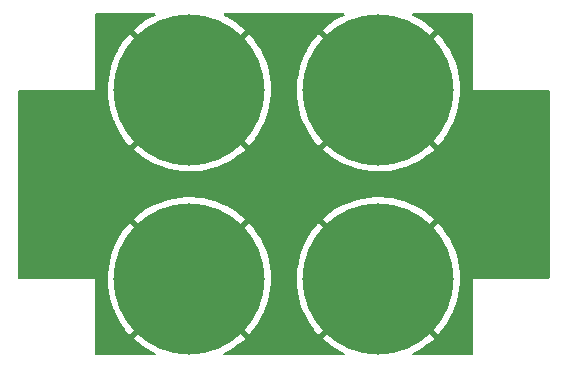
<source format=gbr>
%TF.GenerationSoftware,KiCad,Pcbnew,6.0.1-79c1e3a40b~116~ubuntu20.04.1*%
%TF.CreationDate,2022-10-26T10:43:14+09:00*%
%TF.ProjectId,HV-terminal-branch-board-2-2-half,48562d74-6572-46d6-996e-616c2d627261,1.0*%
%TF.SameCoordinates,Original*%
%TF.FileFunction,Copper,L2,Bot*%
%TF.FilePolarity,Positive*%
%FSLAX46Y46*%
G04 Gerber Fmt 4.6, Leading zero omitted, Abs format (unit mm)*
G04 Created by KiCad (PCBNEW 6.0.1-79c1e3a40b~116~ubuntu20.04.1) date 2022-10-26 10:43:14*
%MOMM*%
%LPD*%
G01*
G04 APERTURE LIST*
%TA.AperFunction,ConnectorPad*%
%ADD10C,12.800000*%
%TD*%
%TA.AperFunction,ComponentPad*%
%ADD11C,6.800000*%
%TD*%
%TA.AperFunction,ViaPad*%
%ADD12C,0.800000*%
%TD*%
G04 APERTURE END LIST*
D10*
%TO.P,J5,1,Pin_1*%
%TO.N,VBAT(+{slash}-)*%
X95000000Y-67000000D03*
D11*
X95000000Y-67000000D03*
%TD*%
%TO.P,J1,1,Pin_1*%
%TO.N,VBAT(+{slash}-)*%
X111000000Y-67000000D03*
D10*
X111000000Y-67000000D03*
%TD*%
%TO.P,J2,1,Pin_1*%
%TO.N,VBAT(+{slash}-)*%
X95000000Y-83000000D03*
D11*
X95000000Y-83000000D03*
%TD*%
%TO.P,J6,1,Pin_1*%
%TO.N,VBAT(+{slash}-)*%
X111000000Y-83000000D03*
D10*
X111000000Y-83000000D03*
%TD*%
D12*
%TO.N,VBAT(+{slash}-)*%
X125000000Y-82500000D03*
X119996415Y-82542633D03*
X122503790Y-82492007D03*
X125000000Y-80000000D03*
X119996415Y-80042633D03*
X122503790Y-79992007D03*
X119976042Y-69975424D03*
X119984035Y-67479214D03*
X122500000Y-70000000D03*
X122507993Y-67503790D03*
X125000000Y-70000000D03*
X125007993Y-67503790D03*
X124989512Y-77495630D03*
X124946879Y-72492045D03*
X124997505Y-74999420D03*
X122500000Y-77500000D03*
X122457367Y-72496415D03*
X122507993Y-75003790D03*
X120000000Y-77500000D03*
X119957367Y-72496415D03*
X120007993Y-75003790D03*
X87500000Y-65000000D03*
X107507993Y-75003790D03*
X87500000Y-87500000D03*
X85000000Y-82500000D03*
X114996248Y-74964918D03*
X102480423Y-82468903D03*
X102500000Y-80000000D03*
X102492007Y-77496210D03*
X87500000Y-82500000D03*
X85000000Y-70000000D03*
X87500000Y-67500000D03*
X102492007Y-87496210D03*
X102500000Y-65000000D03*
X82500000Y-67500000D03*
X85000000Y-72500000D03*
X117500000Y-87500000D03*
X102500000Y-70000000D03*
X87500000Y-62500000D03*
X82500000Y-77500000D03*
X102488416Y-84972693D03*
X105000000Y-75000000D03*
X87500000Y-85000000D03*
X85000000Y-75000000D03*
X100000000Y-72500000D03*
X99974867Y-77457791D03*
X104949374Y-72492625D03*
X82500000Y-70000000D03*
X117500000Y-77500000D03*
X87500000Y-80000000D03*
X104992007Y-77496210D03*
X82500000Y-80000000D03*
X87500000Y-77500000D03*
X94992007Y-74996210D03*
X102507993Y-75003790D03*
X92500000Y-75000000D03*
X82500000Y-82500000D03*
X117500000Y-62500000D03*
X90000000Y-75000000D03*
X117504241Y-74968708D03*
X87500000Y-72500000D03*
X82500000Y-72500000D03*
X110000000Y-75000000D03*
X105000000Y-87500000D03*
X112507993Y-75003790D03*
X102500000Y-72500000D03*
X87500000Y-75000000D03*
X100000000Y-75000000D03*
X102500000Y-62500000D03*
X117453958Y-72492625D03*
X90000000Y-72500000D03*
X102500000Y-67500000D03*
X90000000Y-77500000D03*
X85000000Y-77500000D03*
X85000000Y-80000000D03*
X85000000Y-67500000D03*
X87500000Y-70000000D03*
X82500000Y-75000000D03*
X97500000Y-75000000D03*
%TD*%
%TA.AperFunction,Conductor*%
%TO.N,VBAT(+{slash}-)*%
G36*
X92075554Y-60528002D02*
G01*
X92122047Y-60581658D01*
X92132151Y-60651932D01*
X92102657Y-60716512D01*
X92061677Y-60747726D01*
X91799382Y-60872834D01*
X91795323Y-60874956D01*
X91359234Y-61123697D01*
X91355338Y-61126112D01*
X90938643Y-61406120D01*
X90934932Y-61408816D01*
X90539858Y-61718594D01*
X90536362Y-61721548D01*
X90311217Y-61926414D01*
X90302956Y-61939981D01*
X90302962Y-61940234D01*
X90308462Y-61949252D01*
X92387945Y-64028735D01*
X92387949Y-64028738D01*
X94987190Y-66627980D01*
X95001131Y-66635592D01*
X95002966Y-66635461D01*
X95009580Y-66631210D01*
X96078049Y-65562741D01*
X97612048Y-64028741D01*
X97612058Y-64028732D01*
X99690170Y-61950620D01*
X99697757Y-61936726D01*
X99691496Y-61927574D01*
X99408131Y-61675107D01*
X99404564Y-61672157D01*
X99006317Y-61366570D01*
X99002542Y-61363888D01*
X98582963Y-61088275D01*
X98579012Y-61085883D01*
X98140390Y-60841750D01*
X98136267Y-60839648D01*
X97939449Y-60748288D01*
X97886083Y-60701463D01*
X97866502Y-60633220D01*
X97886926Y-60565225D01*
X97940868Y-60519065D01*
X97992500Y-60508000D01*
X108007433Y-60508000D01*
X108075554Y-60528002D01*
X108122047Y-60581658D01*
X108132151Y-60651932D01*
X108102657Y-60716512D01*
X108061677Y-60747726D01*
X107799382Y-60872834D01*
X107795323Y-60874956D01*
X107359234Y-61123697D01*
X107355338Y-61126112D01*
X106938643Y-61406120D01*
X106934932Y-61408816D01*
X106539858Y-61718594D01*
X106536362Y-61721548D01*
X106311217Y-61926414D01*
X106302956Y-61939981D01*
X106302962Y-61940234D01*
X106308462Y-61949252D01*
X108387945Y-64028735D01*
X108387949Y-64028738D01*
X109921951Y-65562741D01*
X110987190Y-66627980D01*
X111001131Y-66635592D01*
X111002966Y-66635461D01*
X111009580Y-66631210D01*
X113612048Y-64028741D01*
X113612058Y-64028732D01*
X115690170Y-61950620D01*
X115697757Y-61936726D01*
X115691496Y-61927574D01*
X115408131Y-61675107D01*
X115404564Y-61672157D01*
X115006317Y-61366570D01*
X115002542Y-61363888D01*
X114582963Y-61088275D01*
X114579012Y-61085883D01*
X114140390Y-60841750D01*
X114136267Y-60839648D01*
X113939449Y-60748288D01*
X113886083Y-60701463D01*
X113866502Y-60633220D01*
X113886926Y-60565225D01*
X113940868Y-60519065D01*
X113992500Y-60508000D01*
X118874000Y-60508000D01*
X118942121Y-60528002D01*
X118988614Y-60581658D01*
X119000000Y-60634000D01*
X119000000Y-67000000D01*
X125366000Y-67000000D01*
X125434121Y-67020002D01*
X125480614Y-67073658D01*
X125492000Y-67126000D01*
X125492000Y-82874000D01*
X125471998Y-82942121D01*
X125418342Y-82988614D01*
X125366000Y-83000000D01*
X119000000Y-83000000D01*
X119000000Y-89366000D01*
X118979998Y-89434121D01*
X118926342Y-89480614D01*
X118874000Y-89492000D01*
X113994384Y-89492000D01*
X113926263Y-89471998D01*
X113879770Y-89418342D01*
X113869666Y-89348068D01*
X113899160Y-89283488D01*
X113938952Y-89252849D01*
X114264594Y-89093318D01*
X114268650Y-89091144D01*
X114702087Y-88837865D01*
X114705985Y-88835391D01*
X115119701Y-88551052D01*
X115123405Y-88548301D01*
X115515183Y-88234427D01*
X115518685Y-88231404D01*
X115688649Y-88073464D01*
X115696768Y-88059810D01*
X115696747Y-88059204D01*
X115691514Y-88050724D01*
X113612055Y-85971265D01*
X113612051Y-85971262D01*
X111012810Y-83372020D01*
X110998869Y-83364408D01*
X110997034Y-83364539D01*
X110990420Y-83368790D01*
X108387952Y-85971259D01*
X108387942Y-85971268D01*
X106308494Y-88050716D01*
X106301004Y-88064433D01*
X106307526Y-88073861D01*
X106647880Y-88370769D01*
X106651452Y-88373662D01*
X107052897Y-88675075D01*
X107056708Y-88677724D01*
X107479132Y-88948916D01*
X107483111Y-88951269D01*
X107924288Y-89190809D01*
X107928406Y-89192853D01*
X108057548Y-89251163D01*
X108111402Y-89297426D01*
X108131696Y-89365460D01*
X108111986Y-89433666D01*
X108058530Y-89480388D01*
X108005697Y-89492000D01*
X97994384Y-89492000D01*
X97926263Y-89471998D01*
X97879770Y-89418342D01*
X97869666Y-89348068D01*
X97899160Y-89283488D01*
X97938952Y-89252849D01*
X98264594Y-89093318D01*
X98268650Y-89091144D01*
X98702087Y-88837865D01*
X98705985Y-88835391D01*
X99119701Y-88551052D01*
X99123405Y-88548301D01*
X99515183Y-88234427D01*
X99518685Y-88231404D01*
X99688649Y-88073464D01*
X99696768Y-88059810D01*
X99696747Y-88059204D01*
X99691514Y-88050724D01*
X97612055Y-85971265D01*
X97612051Y-85971262D01*
X95012810Y-83372020D01*
X94998869Y-83364408D01*
X94997034Y-83364539D01*
X94990420Y-83368790D01*
X92387952Y-85971259D01*
X92387942Y-85971268D01*
X90308494Y-88050716D01*
X90301004Y-88064433D01*
X90307526Y-88073861D01*
X90647880Y-88370769D01*
X90651452Y-88373662D01*
X91052897Y-88675075D01*
X91056708Y-88677724D01*
X91479132Y-88948916D01*
X91483111Y-88951269D01*
X91924288Y-89190809D01*
X91928406Y-89192853D01*
X92057548Y-89251163D01*
X92111402Y-89297426D01*
X92131696Y-89365460D01*
X92111986Y-89433666D01*
X92058530Y-89480388D01*
X92005697Y-89492000D01*
X87126000Y-89492000D01*
X87057879Y-89471998D01*
X87011386Y-89418342D01*
X87000000Y-89366000D01*
X87000000Y-83070085D01*
X88087605Y-83070085D01*
X88087654Y-83074697D01*
X88111301Y-83576133D01*
X88111689Y-83580759D01*
X88171996Y-84079107D01*
X88172718Y-84083668D01*
X88269365Y-84576277D01*
X88270424Y-84580794D01*
X88402886Y-85064994D01*
X88404263Y-85069387D01*
X88571842Y-85542619D01*
X88573535Y-85546893D01*
X88775313Y-86006556D01*
X88777328Y-86010723D01*
X89012225Y-86454369D01*
X89014548Y-86458390D01*
X89281301Y-86883631D01*
X89283892Y-86887444D01*
X89581095Y-87292037D01*
X89583957Y-87295647D01*
X89909983Y-87677375D01*
X89913107Y-87680772D01*
X89923697Y-87691473D01*
X89937598Y-87699158D01*
X89939257Y-87699048D01*
X89946139Y-87694651D01*
X92028737Y-85612053D01*
X92028738Y-85612051D01*
X94627980Y-83012810D01*
X94634357Y-83001131D01*
X95364408Y-83001131D01*
X95364539Y-83002966D01*
X95368790Y-83009580D01*
X97971259Y-85612048D01*
X97971263Y-85612053D01*
X100048319Y-87689109D01*
X100062263Y-87696723D01*
X100062866Y-87696680D01*
X100071149Y-87691140D01*
X100231404Y-87518685D01*
X100234427Y-87515183D01*
X100548301Y-87123405D01*
X100551052Y-87119701D01*
X100835391Y-86705985D01*
X100837865Y-86702087D01*
X101091144Y-86268650D01*
X101093318Y-86264594D01*
X101314171Y-85813779D01*
X101316048Y-85809564D01*
X101503290Y-85343786D01*
X101504857Y-85339432D01*
X101657479Y-84861205D01*
X101658721Y-84856755D01*
X101775913Y-84368616D01*
X101776825Y-84364092D01*
X101857951Y-83868686D01*
X101858530Y-83864105D01*
X101903183Y-83363771D01*
X101903412Y-83359807D01*
X101910998Y-83070085D01*
X104087605Y-83070085D01*
X104087654Y-83074697D01*
X104111301Y-83576133D01*
X104111689Y-83580759D01*
X104171996Y-84079107D01*
X104172718Y-84083668D01*
X104269365Y-84576277D01*
X104270424Y-84580794D01*
X104402886Y-85064994D01*
X104404263Y-85069387D01*
X104571842Y-85542619D01*
X104573535Y-85546893D01*
X104775313Y-86006556D01*
X104777328Y-86010723D01*
X105012225Y-86454369D01*
X105014548Y-86458390D01*
X105281301Y-86883631D01*
X105283892Y-86887444D01*
X105581095Y-87292037D01*
X105583957Y-87295647D01*
X105909983Y-87677375D01*
X105913107Y-87680772D01*
X105923697Y-87691473D01*
X105937598Y-87699158D01*
X105939257Y-87699048D01*
X105946139Y-87694651D01*
X108028737Y-85612053D01*
X108028738Y-85612051D01*
X110627980Y-83012810D01*
X110634357Y-83001131D01*
X111364408Y-83001131D01*
X111364539Y-83002966D01*
X111368790Y-83009580D01*
X113971259Y-85612048D01*
X113971263Y-85612053D01*
X116048319Y-87689109D01*
X116062263Y-87696723D01*
X116062866Y-87696680D01*
X116071149Y-87691140D01*
X116231404Y-87518685D01*
X116234427Y-87515183D01*
X116548301Y-87123405D01*
X116551052Y-87119701D01*
X116835391Y-86705985D01*
X116837865Y-86702087D01*
X117091144Y-86268650D01*
X117093318Y-86264594D01*
X117314171Y-85813779D01*
X117316048Y-85809564D01*
X117503290Y-85343786D01*
X117504857Y-85339432D01*
X117657479Y-84861205D01*
X117658721Y-84856755D01*
X117775913Y-84368616D01*
X117776825Y-84364092D01*
X117857951Y-83868686D01*
X117858530Y-83864105D01*
X117903183Y-83363771D01*
X117903412Y-83359807D01*
X117912782Y-83001970D01*
X117912761Y-82998022D01*
X117894354Y-82496033D01*
X117894015Y-82491418D01*
X117838929Y-81992451D01*
X117838253Y-81987875D01*
X117746771Y-81494277D01*
X117745769Y-81489792D01*
X117618375Y-81004196D01*
X117617046Y-80999794D01*
X117454435Y-80524846D01*
X117452778Y-80520531D01*
X117255825Y-80058782D01*
X117253863Y-80054612D01*
X117023618Y-79608521D01*
X117021347Y-79604492D01*
X116759040Y-79176444D01*
X116756512Y-79172639D01*
X116463546Y-78764935D01*
X116460742Y-78761319D01*
X116138712Y-78376176D01*
X116135633Y-78372756D01*
X116074824Y-78310006D01*
X116061002Y-78302174D01*
X116059692Y-78302248D01*
X116052282Y-78306928D01*
X113971263Y-80387947D01*
X113971262Y-80387949D01*
X111372020Y-82987190D01*
X111364408Y-83001131D01*
X110634357Y-83001131D01*
X110635592Y-82998869D01*
X110635461Y-82997034D01*
X110631210Y-82990420D01*
X108028741Y-80387952D01*
X108028737Y-80387947D01*
X105951407Y-78310617D01*
X105937463Y-78303003D01*
X105936506Y-78303071D01*
X105928697Y-78308235D01*
X105816204Y-78426778D01*
X105813138Y-78430256D01*
X105495183Y-78818721D01*
X105492396Y-78822393D01*
X105203739Y-79233110D01*
X105201219Y-79236991D01*
X104943420Y-79667740D01*
X104941204Y-79671771D01*
X104715644Y-80120248D01*
X104713714Y-80124463D01*
X104521602Y-80588261D01*
X104520006Y-80592553D01*
X104362368Y-81069206D01*
X104361090Y-81073608D01*
X104238789Y-81560507D01*
X104237832Y-81565008D01*
X104151523Y-82059541D01*
X104150895Y-82064127D01*
X104101036Y-82563649D01*
X104100747Y-82568240D01*
X104087605Y-83070085D01*
X101910998Y-83070085D01*
X101912782Y-83001970D01*
X101912761Y-82998022D01*
X101894354Y-82496033D01*
X101894015Y-82491418D01*
X101838929Y-81992451D01*
X101838253Y-81987875D01*
X101746771Y-81494277D01*
X101745769Y-81489792D01*
X101618375Y-81004196D01*
X101617046Y-80999794D01*
X101454435Y-80524846D01*
X101452778Y-80520531D01*
X101255825Y-80058782D01*
X101253863Y-80054612D01*
X101023618Y-79608521D01*
X101021347Y-79604492D01*
X100759040Y-79176444D01*
X100756512Y-79172639D01*
X100463546Y-78764935D01*
X100460742Y-78761319D01*
X100138712Y-78376176D01*
X100135633Y-78372756D01*
X100074824Y-78310006D01*
X100061002Y-78302174D01*
X100059692Y-78302248D01*
X100052282Y-78306928D01*
X97971263Y-80387947D01*
X97971262Y-80387949D01*
X95372020Y-82987190D01*
X95364408Y-83001131D01*
X94634357Y-83001131D01*
X94635592Y-82998869D01*
X94635461Y-82997034D01*
X94631210Y-82990420D01*
X92028741Y-80387952D01*
X92028737Y-80387947D01*
X89951407Y-78310617D01*
X89937463Y-78303003D01*
X89936506Y-78303071D01*
X89928697Y-78308235D01*
X89816204Y-78426778D01*
X89813138Y-78430256D01*
X89495183Y-78818721D01*
X89492396Y-78822393D01*
X89203739Y-79233110D01*
X89201219Y-79236991D01*
X88943420Y-79667740D01*
X88941204Y-79671771D01*
X88715644Y-80120248D01*
X88713714Y-80124463D01*
X88521602Y-80588261D01*
X88520006Y-80592553D01*
X88362368Y-81069206D01*
X88361090Y-81073608D01*
X88238789Y-81560507D01*
X88237832Y-81565008D01*
X88151523Y-82059541D01*
X88150895Y-82064127D01*
X88101036Y-82563649D01*
X88100747Y-82568240D01*
X88087605Y-83070085D01*
X87000000Y-83070085D01*
X87000000Y-83000000D01*
X80634000Y-83000000D01*
X80565879Y-82979998D01*
X80519386Y-82926342D01*
X80508000Y-82874000D01*
X80508000Y-77939981D01*
X90302956Y-77939981D01*
X90302962Y-77940234D01*
X90308462Y-77949252D01*
X92387945Y-80028735D01*
X92387949Y-80028738D01*
X94987190Y-82627980D01*
X95001131Y-82635592D01*
X95002966Y-82635461D01*
X95009580Y-82631210D01*
X96078049Y-81562741D01*
X97612048Y-80028741D01*
X97612058Y-80028732D01*
X99690170Y-77950620D01*
X99695980Y-77939981D01*
X106302956Y-77939981D01*
X106302962Y-77940234D01*
X106308462Y-77949252D01*
X108387945Y-80028735D01*
X108387949Y-80028738D01*
X109921951Y-81562741D01*
X110987190Y-82627980D01*
X111001131Y-82635592D01*
X111002966Y-82635461D01*
X111009580Y-82631210D01*
X113612048Y-80028741D01*
X113612058Y-80028732D01*
X115690170Y-77950620D01*
X115697757Y-77936726D01*
X115691496Y-77927574D01*
X115408131Y-77675107D01*
X115404564Y-77672157D01*
X115006317Y-77366570D01*
X115002542Y-77363888D01*
X114582963Y-77088275D01*
X114579012Y-77085883D01*
X114140390Y-76841750D01*
X114136267Y-76839648D01*
X113680908Y-76628277D01*
X113676683Y-76626501D01*
X113207062Y-76449046D01*
X113202706Y-76447580D01*
X112721378Y-76305004D01*
X112716891Y-76303852D01*
X112226404Y-76196909D01*
X112221878Y-76196095D01*
X111724871Y-76125360D01*
X111720284Y-76124878D01*
X111219451Y-76090735D01*
X111214816Y-76090589D01*
X110712836Y-76093218D01*
X110708222Y-76093411D01*
X110207756Y-76132798D01*
X110203173Y-76133329D01*
X109706945Y-76209262D01*
X109702419Y-76210125D01*
X109213069Y-76322201D01*
X109208627Y-76323392D01*
X108728802Y-76471005D01*
X108724452Y-76472520D01*
X108256725Y-76654880D01*
X108252508Y-76656705D01*
X107799382Y-76872834D01*
X107795323Y-76874956D01*
X107359234Y-77123697D01*
X107355338Y-77126112D01*
X106938643Y-77406120D01*
X106934932Y-77408816D01*
X106539858Y-77718594D01*
X106536362Y-77721548D01*
X106311217Y-77926414D01*
X106302956Y-77939981D01*
X99695980Y-77939981D01*
X99697757Y-77936726D01*
X99691496Y-77927574D01*
X99408131Y-77675107D01*
X99404564Y-77672157D01*
X99006317Y-77366570D01*
X99002542Y-77363888D01*
X98582963Y-77088275D01*
X98579012Y-77085883D01*
X98140390Y-76841750D01*
X98136267Y-76839648D01*
X97680908Y-76628277D01*
X97676683Y-76626501D01*
X97207062Y-76449046D01*
X97202706Y-76447580D01*
X96721378Y-76305004D01*
X96716891Y-76303852D01*
X96226404Y-76196909D01*
X96221878Y-76196095D01*
X95724871Y-76125360D01*
X95720284Y-76124878D01*
X95219451Y-76090735D01*
X95214816Y-76090589D01*
X94712836Y-76093218D01*
X94708222Y-76093411D01*
X94207756Y-76132798D01*
X94203173Y-76133329D01*
X93706945Y-76209262D01*
X93702419Y-76210125D01*
X93213069Y-76322201D01*
X93208627Y-76323392D01*
X92728802Y-76471005D01*
X92724452Y-76472520D01*
X92256725Y-76654880D01*
X92252508Y-76656705D01*
X91799382Y-76872834D01*
X91795323Y-76874956D01*
X91359234Y-77123697D01*
X91355338Y-77126112D01*
X90938643Y-77406120D01*
X90934932Y-77408816D01*
X90539858Y-77718594D01*
X90536362Y-77721548D01*
X90311217Y-77926414D01*
X90302956Y-77939981D01*
X80508000Y-77939981D01*
X80508000Y-72064433D01*
X90301004Y-72064433D01*
X90307526Y-72073861D01*
X90647880Y-72370769D01*
X90651452Y-72373662D01*
X91052897Y-72675075D01*
X91056708Y-72677724D01*
X91479132Y-72948916D01*
X91483111Y-72951269D01*
X91924288Y-73190809D01*
X91928406Y-73192853D01*
X92385937Y-73399437D01*
X92390227Y-73401187D01*
X92861643Y-73573700D01*
X92866049Y-73575132D01*
X93348835Y-73712657D01*
X93353318Y-73713758D01*
X93844903Y-73815561D01*
X93849435Y-73816327D01*
X94347147Y-73881852D01*
X94351759Y-73882288D01*
X94852932Y-73911186D01*
X94857535Y-73911282D01*
X95359458Y-73903397D01*
X95364109Y-73903153D01*
X95864105Y-73858530D01*
X95868686Y-73857951D01*
X96364092Y-73776825D01*
X96368616Y-73775913D01*
X96856755Y-73658721D01*
X96861205Y-73657479D01*
X97339432Y-73504857D01*
X97343786Y-73503290D01*
X97809564Y-73316048D01*
X97813779Y-73314171D01*
X98264594Y-73093318D01*
X98268650Y-73091144D01*
X98702087Y-72837865D01*
X98705985Y-72835391D01*
X99119701Y-72551052D01*
X99123405Y-72548301D01*
X99515183Y-72234427D01*
X99518685Y-72231404D01*
X99688649Y-72073464D01*
X99694019Y-72064433D01*
X106301004Y-72064433D01*
X106307526Y-72073861D01*
X106647880Y-72370769D01*
X106651452Y-72373662D01*
X107052897Y-72675075D01*
X107056708Y-72677724D01*
X107479132Y-72948916D01*
X107483111Y-72951269D01*
X107924288Y-73190809D01*
X107928406Y-73192853D01*
X108385937Y-73399437D01*
X108390227Y-73401187D01*
X108861643Y-73573700D01*
X108866049Y-73575132D01*
X109348835Y-73712657D01*
X109353318Y-73713758D01*
X109844903Y-73815561D01*
X109849435Y-73816327D01*
X110347147Y-73881852D01*
X110351759Y-73882288D01*
X110852932Y-73911186D01*
X110857535Y-73911282D01*
X111359458Y-73903397D01*
X111364109Y-73903153D01*
X111864105Y-73858530D01*
X111868686Y-73857951D01*
X112364092Y-73776825D01*
X112368616Y-73775913D01*
X112856755Y-73658721D01*
X112861205Y-73657479D01*
X113339432Y-73504857D01*
X113343786Y-73503290D01*
X113809564Y-73316048D01*
X113813779Y-73314171D01*
X114264594Y-73093318D01*
X114268650Y-73091144D01*
X114702087Y-72837865D01*
X114705985Y-72835391D01*
X115119701Y-72551052D01*
X115123405Y-72548301D01*
X115515183Y-72234427D01*
X115518685Y-72231404D01*
X115688649Y-72073464D01*
X115696768Y-72059810D01*
X115696747Y-72059204D01*
X115691514Y-72050724D01*
X113612055Y-69971265D01*
X113612051Y-69971262D01*
X111012810Y-67372020D01*
X110998869Y-67364408D01*
X110997034Y-67364539D01*
X110990420Y-67368790D01*
X108387952Y-69971259D01*
X108387942Y-69971268D01*
X106308494Y-72050716D01*
X106301004Y-72064433D01*
X99694019Y-72064433D01*
X99696768Y-72059810D01*
X99696747Y-72059204D01*
X99691514Y-72050724D01*
X97612055Y-69971265D01*
X97612051Y-69971262D01*
X95012810Y-67372020D01*
X94998869Y-67364408D01*
X94997034Y-67364539D01*
X94990420Y-67368790D01*
X92387952Y-69971259D01*
X92387942Y-69971268D01*
X90308494Y-72050716D01*
X90301004Y-72064433D01*
X80508000Y-72064433D01*
X80508000Y-67126000D01*
X80524418Y-67070085D01*
X88087605Y-67070085D01*
X88087654Y-67074697D01*
X88111301Y-67576133D01*
X88111689Y-67580759D01*
X88171996Y-68079107D01*
X88172718Y-68083668D01*
X88269365Y-68576277D01*
X88270424Y-68580794D01*
X88402886Y-69064994D01*
X88404263Y-69069387D01*
X88571842Y-69542619D01*
X88573535Y-69546893D01*
X88775313Y-70006556D01*
X88777328Y-70010723D01*
X89012225Y-70454369D01*
X89014548Y-70458390D01*
X89281301Y-70883631D01*
X89283892Y-70887444D01*
X89581095Y-71292037D01*
X89583957Y-71295647D01*
X89909983Y-71677375D01*
X89913107Y-71680772D01*
X89923697Y-71691473D01*
X89937598Y-71699158D01*
X89939257Y-71699048D01*
X89946139Y-71694651D01*
X92028737Y-69612053D01*
X92028738Y-69612051D01*
X94627980Y-67012810D01*
X94634357Y-67001131D01*
X95364408Y-67001131D01*
X95364539Y-67002966D01*
X95368790Y-67009580D01*
X97971259Y-69612048D01*
X97971263Y-69612053D01*
X100048319Y-71689109D01*
X100062263Y-71696723D01*
X100062866Y-71696680D01*
X100071149Y-71691140D01*
X100231404Y-71518685D01*
X100234427Y-71515183D01*
X100548301Y-71123405D01*
X100551052Y-71119701D01*
X100835391Y-70705985D01*
X100837865Y-70702087D01*
X101091144Y-70268650D01*
X101093318Y-70264594D01*
X101314171Y-69813779D01*
X101316048Y-69809564D01*
X101503290Y-69343786D01*
X101504857Y-69339432D01*
X101657479Y-68861205D01*
X101658721Y-68856755D01*
X101775913Y-68368616D01*
X101776825Y-68364092D01*
X101857951Y-67868686D01*
X101858530Y-67864105D01*
X101903183Y-67363771D01*
X101903412Y-67359807D01*
X101910998Y-67070085D01*
X104087605Y-67070085D01*
X104087654Y-67074697D01*
X104111301Y-67576133D01*
X104111689Y-67580759D01*
X104171996Y-68079107D01*
X104172718Y-68083668D01*
X104269365Y-68576277D01*
X104270424Y-68580794D01*
X104402886Y-69064994D01*
X104404263Y-69069387D01*
X104571842Y-69542619D01*
X104573535Y-69546893D01*
X104775313Y-70006556D01*
X104777328Y-70010723D01*
X105012225Y-70454369D01*
X105014548Y-70458390D01*
X105281301Y-70883631D01*
X105283892Y-70887444D01*
X105581095Y-71292037D01*
X105583957Y-71295647D01*
X105909983Y-71677375D01*
X105913107Y-71680772D01*
X105923697Y-71691473D01*
X105937598Y-71699158D01*
X105939257Y-71699048D01*
X105946139Y-71694651D01*
X108028737Y-69612053D01*
X108028738Y-69612051D01*
X110627980Y-67012810D01*
X110634357Y-67001131D01*
X111364408Y-67001131D01*
X111364539Y-67002966D01*
X111368790Y-67009580D01*
X113971259Y-69612048D01*
X113971263Y-69612053D01*
X116048319Y-71689109D01*
X116062263Y-71696723D01*
X116062866Y-71696680D01*
X116071149Y-71691140D01*
X116231404Y-71518685D01*
X116234427Y-71515183D01*
X116548301Y-71123405D01*
X116551052Y-71119701D01*
X116835391Y-70705985D01*
X116837865Y-70702087D01*
X117091144Y-70268650D01*
X117093318Y-70264594D01*
X117314171Y-69813779D01*
X117316048Y-69809564D01*
X117503290Y-69343786D01*
X117504857Y-69339432D01*
X117657479Y-68861205D01*
X117658721Y-68856755D01*
X117775913Y-68368616D01*
X117776825Y-68364092D01*
X117857951Y-67868686D01*
X117858530Y-67864105D01*
X117903183Y-67363771D01*
X117903412Y-67359807D01*
X117912782Y-67001970D01*
X117912761Y-66998022D01*
X117894354Y-66496033D01*
X117894015Y-66491418D01*
X117838929Y-65992451D01*
X117838253Y-65987875D01*
X117746771Y-65494277D01*
X117745769Y-65489792D01*
X117618375Y-65004196D01*
X117617046Y-64999794D01*
X117454435Y-64524846D01*
X117452778Y-64520531D01*
X117255825Y-64058782D01*
X117253863Y-64054612D01*
X117023618Y-63608521D01*
X117021347Y-63604492D01*
X116759040Y-63176444D01*
X116756512Y-63172639D01*
X116463546Y-62764935D01*
X116460742Y-62761319D01*
X116138712Y-62376176D01*
X116135633Y-62372756D01*
X116074824Y-62310006D01*
X116061002Y-62302174D01*
X116059692Y-62302248D01*
X116052282Y-62306928D01*
X113971263Y-64387947D01*
X113971262Y-64387949D01*
X111372020Y-66987190D01*
X111364408Y-67001131D01*
X110634357Y-67001131D01*
X110635592Y-66998869D01*
X110635461Y-66997034D01*
X110631210Y-66990420D01*
X108028741Y-64387952D01*
X108028737Y-64387947D01*
X105951407Y-62310617D01*
X105937463Y-62303003D01*
X105936506Y-62303071D01*
X105928697Y-62308235D01*
X105816204Y-62426778D01*
X105813138Y-62430256D01*
X105495183Y-62818721D01*
X105492396Y-62822393D01*
X105203739Y-63233110D01*
X105201219Y-63236991D01*
X104943420Y-63667740D01*
X104941204Y-63671771D01*
X104715644Y-64120248D01*
X104713714Y-64124463D01*
X104521602Y-64588261D01*
X104520006Y-64592553D01*
X104362368Y-65069206D01*
X104361090Y-65073608D01*
X104238789Y-65560507D01*
X104237832Y-65565008D01*
X104151523Y-66059541D01*
X104150895Y-66064127D01*
X104101036Y-66563649D01*
X104100747Y-66568240D01*
X104087605Y-67070085D01*
X101910998Y-67070085D01*
X101912782Y-67001970D01*
X101912761Y-66998022D01*
X101894354Y-66496033D01*
X101894015Y-66491418D01*
X101838929Y-65992451D01*
X101838253Y-65987875D01*
X101746771Y-65494277D01*
X101745769Y-65489792D01*
X101618375Y-65004196D01*
X101617046Y-64999794D01*
X101454435Y-64524846D01*
X101452778Y-64520531D01*
X101255825Y-64058782D01*
X101253863Y-64054612D01*
X101023618Y-63608521D01*
X101021347Y-63604492D01*
X100759040Y-63176444D01*
X100756512Y-63172639D01*
X100463546Y-62764935D01*
X100460742Y-62761319D01*
X100138712Y-62376176D01*
X100135633Y-62372756D01*
X100074824Y-62310006D01*
X100061002Y-62302174D01*
X100059692Y-62302248D01*
X100052282Y-62306928D01*
X97971263Y-64387947D01*
X97971262Y-64387949D01*
X95372020Y-66987190D01*
X95364408Y-67001131D01*
X94634357Y-67001131D01*
X94635592Y-66998869D01*
X94635461Y-66997034D01*
X94631210Y-66990420D01*
X92028741Y-64387952D01*
X92028737Y-64387947D01*
X89951407Y-62310617D01*
X89937463Y-62303003D01*
X89936506Y-62303071D01*
X89928697Y-62308235D01*
X89816204Y-62426778D01*
X89813138Y-62430256D01*
X89495183Y-62818721D01*
X89492396Y-62822393D01*
X89203739Y-63233110D01*
X89201219Y-63236991D01*
X88943420Y-63667740D01*
X88941204Y-63671771D01*
X88715644Y-64120248D01*
X88713714Y-64124463D01*
X88521602Y-64588261D01*
X88520006Y-64592553D01*
X88362368Y-65069206D01*
X88361090Y-65073608D01*
X88238789Y-65560507D01*
X88237832Y-65565008D01*
X88151523Y-66059541D01*
X88150895Y-66064127D01*
X88101036Y-66563649D01*
X88100747Y-66568240D01*
X88087605Y-67070085D01*
X80524418Y-67070085D01*
X80528002Y-67057879D01*
X80581658Y-67011386D01*
X80634000Y-67000000D01*
X87000000Y-67000000D01*
X87000000Y-60634000D01*
X87020002Y-60565879D01*
X87073658Y-60519386D01*
X87126000Y-60508000D01*
X92007433Y-60508000D01*
X92075554Y-60528002D01*
G37*
%TD.AperFunction*%
%TD*%
M02*

</source>
